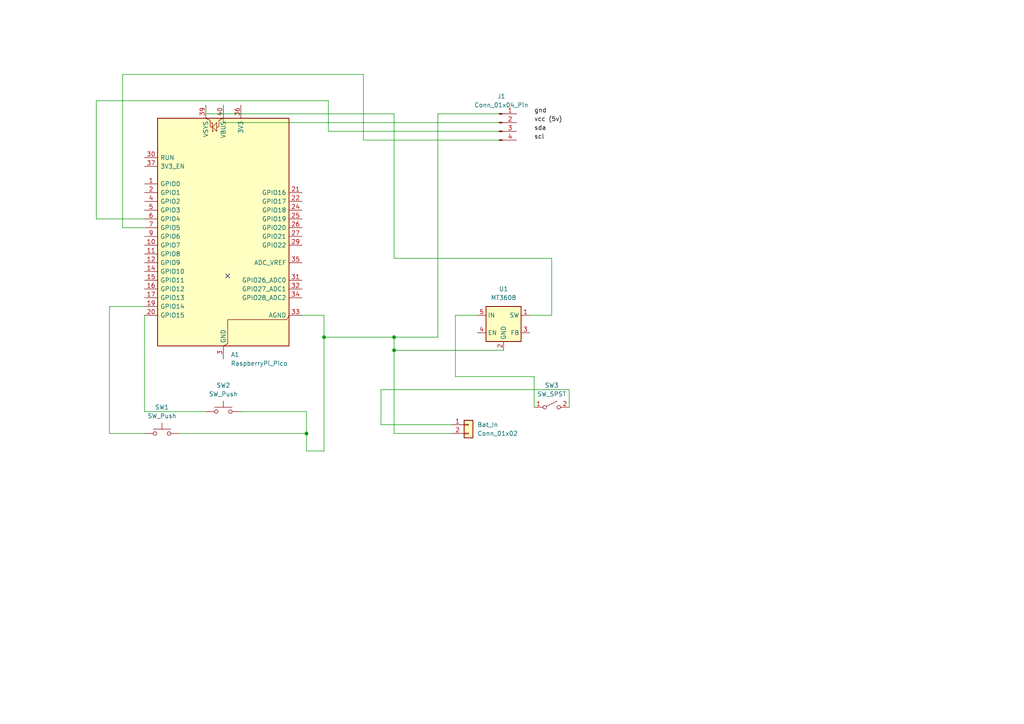
<source format=kicad_sch>
(kicad_sch (version 20250114) (generator "eeschema") (generator_version "9.0")
  (paper "A4")
  (lib_symbols
    (symbol "Connector:Conn_01x04_Pin" (pin_names (offset 1.016) (hide yes))
      (property "Reference" "J" (at 0 5.08 0))
      (property "Value" "Conn_01x04_Pin" (at 0 -7.62 0))
      (symbol "Conn_01x04_Pin_1_1"
        (rectangle (start 0.8636 2.667) (end 0 2.413) (stroke (width 0.1524)) (fill (type outline)))
        (rectangle (start 0.8636 0.127) (end 0 -0.127) (stroke (width 0.1524)) (fill (type outline)))
        (rectangle (start 0.8636 -2.413) (end 0 -2.667) (stroke (width 0.1524)) (fill (type outline)))
        (rectangle (start 0.8636 -4.953) (end 0 -5.207) (stroke (width 0.1524)) (fill (type outline)))
        (polyline (pts (xy 1.27 2.54) (xy 0.8636 2.54)) (stroke (width 0.1524)))
        (polyline (pts (xy 1.27 0) (xy 0.8636 0)) (stroke (width 0.1524)))
        (polyline (pts (xy 1.27 -2.54) (xy 0.8636 -2.54)) (stroke (width 0.1524)))
        (polyline (pts (xy 1.27 -5.08) (xy 0.8636 -5.08)) (stroke (width 0.1524)))
        (pin passive line (at 5.08 2.54 180) (length 3.81) (name "Pin_1") (number "1"))
        (pin passive line (at 5.08 0 180) (length 3.81) (name "Pin_2") (number "2"))
        (pin passive line (at 5.08 -2.54 180) (length 3.81) (name "Pin_3") (number "3"))
        (pin passive line (at 5.08 -5.08 180) (length 3.81) (name "Pin_4") (number "4"))
      )
    )
    (symbol "Connector_Generic:Conn_01x02" (pin_names (offset 1.016) (hide yes))
      (property "Reference" "J" (at 0 2.54 0))
      (property "Value" "Conn_01x02" (at 0 -5.08 0))
      (symbol "Conn_01x02_1_1"
        (rectangle (start -1.27 1.27) (end 1.27 -3.81) (stroke (width 0.254)) (fill (type background)))
        (rectangle (start -1.27 0.127) (end 0 -0.127) (stroke (width 0.1524)))
        (rectangle (start -1.27 -2.413) (end 0 -2.667) (stroke (width 0.1524)))
        (pin passive line (at -5.08 0 0) (length 3.81) (name "Pin_1") (number "1"))
        (pin passive line (at -5.08 -2.54 0) (length 3.81) (name "Pin_2") (number "2"))
      )
    )
    (symbol "MCU_Module:RaspberryPi_Pico" (pin_names (offset 0.762))
      (property "Reference" "A" (at -19.05 35.56 0))
      (property "Value" "RaspberryPi_Pico" (at 7.62 35.56 0))
      (symbol "RaspberryPi_Pico_0_1"
        (rectangle (start -19.05 34.29) (end 19.05 -31.75) (stroke (width 0.254)) (fill (type background)))
        (polyline (pts (xy -5.08 34.29) (xy -3.81 33.655) (xy -3.81 31.75) (xy -3.175 31.75)))
        (polyline (pts (xy -3.429 32.766) (xy -3.429 33.02) (xy -3.175 33.02) (xy -3.175 30.48) (xy -2.921 30.48) (xy -2.921 30.734)))
        (polyline (pts (xy -3.175 31.75) (xy -1.905 33.02) (xy -1.905 30.48) (xy -3.175 31.75)))
        (polyline (pts (xy 0 34.29) (xy -1.27 33.655) (xy -1.27 31.75) (xy -1.905 31.75)))
        (polyline (pts (xy 0 -31.75) (xy 1.27 -31.115) (xy 1.27 -24.13) (xy 18.415 -24.13) (xy 19.05 -22.86)))
      )
      (symbol "RaspberryPi_Pico_1_1"
        (pin passive line (at -22.86 22.86 0) (length 3.81) (name "RUN") (number "30"))
        (pin passive line (at -22.86 20.32 0) (length 3.81) (name "3V3_EN") (number "37"))
        (pin bidirectional line (at -22.86 15.24 0) (length 3.81) (name "GPIO0") (number "1"))
        (pin bidirectional line (at -22.86 12.7 0) (length 3.81) (name "GPIO1") (number "2"))
        (pin bidirectional line (at -22.86 10.16 0) (length 3.81) (name "GPIO2") (number "4"))
        (pin bidirectional line (at -22.86 7.62 0) (length 3.81) (name "GPIO3") (number "5"))
        (pin bidirectional line (at -22.86 5.08 0) (length 3.81) (name "GPIO4") (number "6"))
        (pin bidirectional line (at -22.86 2.54 0) (length 3.81) (name "GPIO5") (number "7"))
        (pin bidirectional line (at -22.86 0 0) (length 3.81) (name "GPIO6") (number "9"))
        (pin bidirectional line (at -22.86 -2.54 0) (length 3.81) (name "GPIO7") (number "10"))
        (pin bidirectional line (at -22.86 -5.08 0) (length 3.81) (name "GPIO8") (number "11"))
        (pin bidirectional line (at -22.86 -7.62 0) (length 3.81) (name "GPIO9") (number "12"))
        (pin bidirectional line (at -22.86 -10.16 0) (length 3.81) (name "GPIO10") (number "14"))
        (pin bidirectional line (at -22.86 -12.7 0) (length 3.81) (name "GPIO11") (number "15"))
        (pin bidirectional line (at -22.86 -15.24 0) (length 3.81) (name "GPIO12") (number "16"))
        (pin bidirectional line (at -22.86 -17.78 0) (length 3.81) (name "GPIO13") (number "17"))
        (pin bidirectional line (at -22.86 -20.32 0) (length 3.81) (name "GPIO14") (number "19"))
        (pin bidirectional line (at -22.86 -22.86 0) (length 3.81) (name "GPIO15") (number "20"))
        (pin power_in line (at -5.08 38.1 270) (length 3.81) (name "VSYS") (number "39"))
        (pin power_out line (at 0 38.1 270) (length 3.81) (name "VBUS") (number "40"))
        (pin passive line (at 0 -35.56 90) (length 3.81) (hide yes) (name "GND") (number "13"))
        (pin passive line (at 0 -35.56 90) (length 3.81) (hide yes) (name "GND") (number "18"))
        (pin passive line (at 0 -35.56 90) (length 3.81) (hide yes) (name "GND") (number "23"))
        (pin passive line (at 0 -35.56 90) (length 3.81) (hide yes) (name "GND") (number "28"))
        (pin power_out line (at 0 -35.56 90) (length 3.81) (name "GND") (number "3"))
        (pin passive line (at 0 -35.56 90) (length 3.81) (hide yes) (name "GND") (number "38"))
        (pin passive line (at 0 -35.56 90) (length 3.81) (hide yes) (name "GND") (number "8"))
        (pin power_out line (at 5.08 38.1 270) (length 3.81) (name "3V3") (number "36"))
        (pin bidirectional line (at 22.86 12.7 180) (length 3.81) (name "GPIO16") (number "21"))
        (pin bidirectional line (at 22.86 10.16 180) (length 3.81) (name "GPIO17") (number "22"))
        (pin bidirectional line (at 22.86 7.62 180) (length 3.81) (name "GPIO18") (number "24"))
        (pin bidirectional line (at 22.86 5.08 180) (length 3.81) (name "GPIO19") (number "25"))
        (pin bidirectional line (at 22.86 2.54 180) (length 3.81) (name "GPIO20") (number "26"))
        (pin bidirectional line (at 22.86 0 180) (length 3.81) (name "GPIO21") (number "27"))
        (pin bidirectional line (at 22.86 -2.54 180) (length 3.81) (name "GPIO22") (number "29"))
        (pin power_in line (at 22.86 -7.62 180) (length 3.81) (name "ADC_VREF") (number "35"))
        (pin bidirectional line (at 22.86 -12.7 180) (length 3.81) (name "GPIO26_ADC0") (number "31"))
        (pin bidirectional line (at 22.86 -15.24 180) (length 3.81) (name "GPIO27_ADC1") (number "32"))
        (pin bidirectional line (at 22.86 -17.78 180) (length 3.81) (name "GPIO28_ADC2") (number "34"))
        (pin power_out line (at 22.86 -22.86 180) (length 3.81) (name "AGND") (number "33"))
      )
    )
    (symbol "Regulator_Switching:MT3608"
      (property "Reference" "U" (at -2.54 8.89 0))
      (property "Value" "MT3608" (at -3.81 6.35 0))
      (symbol "MT3608_0_1"
        (rectangle (start -5.08 5.08) (end 5.08 -5.08) (stroke (width 0.254)) (fill (type background)))
      )
      (symbol "MT3608_1_1"
        (pin power_in line (at -7.62 2.54 0) (length 2.54) (name "IN") (number "5"))
        (pin input line (at -7.62 -2.54 0) (length 2.54) (name "EN") (number "4"))
        (pin power_in line (at 0 -7.62 90) (length 2.54) (name "GND") (number "2"))
        (pin no_connect line (at 5.08 0 180) (length 2.54) (hide yes) (name "NC") (number "6"))
        (pin passive line (at 7.62 2.54 180) (length 2.54) (name "SW") (number "1"))
        (pin input line (at 7.62 -2.54 180) (length 2.54) (name "FB") (number "3"))
      )
    )
    (symbol "Switch:SW_Push" (pin_numbers (hide yes)) (pin_names (offset 1.016) (hide yes))
      (property "Reference" "SW" (at 1.27 2.54 0))
      (property "Value" "SW_Push" (at 0 -1.524 0))
      (symbol "SW_Push_0_1"
        (circle (center -2.032 0) (radius 0.508))
        (polyline (pts (xy 0 1.27) (xy 0 3.048)))
        (circle (center 2.032 0) (radius 0.508))
        (polyline (pts (xy 2.54 1.27) (xy -2.54 1.27)))
        (pin passive line (at -5.08 0 0) (length 2.54) (name "1") (number "1"))
        (pin passive line (at 5.08 0 180) (length 2.54) (name "2") (number "2"))
      )
    )
    (symbol "Switch:SW_SPST" (pin_names (offset 0) (hide yes))
      (property "Reference" "SW" (at 0 3.175 0))
      (property "Value" "SW_SPST" (at 0 -2.54 0))
      (symbol "SW_SPST_0_0"
        (circle (center -2.032 0) (radius 0.508))
        (polyline (pts (xy -1.524 0.254) (xy 1.524 1.778)))
        (circle (center 2.032 0) (radius 0.508))
      )
      (symbol "SW_SPST_1_1"
        (pin passive line (at -5.08 0 0) (length 2.54) (name "A") (number "1"))
        (pin passive line (at 5.08 0 180) (length 2.54) (name "B") (number "2"))
      )
    )
  )
  (junction (at 93.98 97.79))
  (junction (at 114.3 101.6))
  (junction (at 114.3 97.79))
  (junction (at 88.9 125.73))
  (no_connect (at 66.04 80.01))
  (wire (pts (xy 114.3 74.93) (xy 160.02 74.93)))
  (wire (pts (xy 88.9 125.73) (xy 88.9 130.81)))
  (wire (pts (xy 64.77 35.56) (xy 64.77 30.48)))
  (wire (pts (xy 154.94 118.11) (xy 154.94 109.22)))
  (wire (pts (xy 110.49 123.19) (xy 130.81 123.19)))
  (wire (pts (xy 27.94 29.21) (xy 27.94 63.5)))
  (wire (pts (xy 59.69 33.02) (xy 114.3 33.02)))
  (wire (pts (xy 35.56 21.59) (xy 35.56 66.04)))
  (wire (pts (xy 154.94 109.22) (xy 132.08 109.22)))
  (wire (pts (xy 95.25 38.1) (xy 95.25 29.21)))
  (wire (pts (xy 160.02 91.44) (xy 153.67 91.44)))
  (wire (pts (xy 110.49 113.03) (xy 165.1 113.03)))
  (wire (pts (xy 110.49 113.03) (xy 110.49 123.19)))
  (wire (pts (xy 52.07 125.73) (xy 88.9 125.73)))
  (wire (pts (xy 146.05 101.6) (xy 114.3 101.6)))
  (wire (pts (xy 114.3 101.6) (xy 114.3 125.73)))
  (wire (pts (xy 114.3 97.79) (xy 114.3 101.6)))
  (wire (pts (xy 105.41 40.64) (xy 105.41 21.59)))
  (wire (pts (xy 160.02 74.93) (xy 160.02 91.44)))
  (wire (pts (xy 130.81 125.73) (xy 114.3 125.73)))
  (wire (pts (xy 144.78 35.56) (xy 64.77 35.56)))
  (wire (pts (xy 144.78 40.64) (xy 105.41 40.64)))
  (wire (pts (xy 93.98 91.44) (xy 87.63 91.44)))
  (wire (pts (xy 165.1 113.03) (xy 165.1 118.11)))
  (wire (pts (xy 127 33.02) (xy 127 97.79)))
  (wire (pts (xy 93.98 91.44) (xy 93.98 97.79)))
  (wire (pts (xy 31.75 125.73) (xy 41.91 125.73)))
  (wire (pts (xy 114.3 33.02) (xy 114.3 74.93)))
  (wire (pts (xy 41.91 91.44) (xy 41.91 119.38)))
  (wire (pts (xy 127 97.79) (xy 114.3 97.79)))
  (wire (pts (xy 69.85 119.38) (xy 88.9 119.38)))
  (wire (pts (xy 31.75 88.9) (xy 31.75 125.73)))
  (wire (pts (xy 41.91 88.9) (xy 31.75 88.9)))
  (wire (pts (xy 95.25 29.21) (xy 27.94 29.21)))
  (wire (pts (xy 88.9 119.38) (xy 88.9 125.73)))
  (wire (pts (xy 41.91 119.38) (xy 59.69 119.38)))
  (wire (pts (xy 35.56 66.04) (xy 41.91 66.04)))
  (wire (pts (xy 88.9 130.81) (xy 93.98 130.81)))
  (wire (pts (xy 132.08 91.44) (xy 138.43 91.44)))
  (wire (pts (xy 27.94 63.5) (xy 41.91 63.5)))
  (wire (pts (xy 95.25 38.1) (xy 144.78 38.1)))
  (wire (pts (xy 114.3 97.79) (xy 93.98 97.79)))
  (wire (pts (xy 93.98 130.81) (xy 93.98 97.79)))
  (wire (pts (xy 59.69 30.48) (xy 59.69 33.02)))
  (wire (pts (xy 132.08 109.22) (xy 132.08 91.44)))
  (wire (pts (xy 105.41 21.59) (xy 35.56 21.59)))
  (wire (pts (xy 144.78 33.02) (xy 127 33.02)))
  (label "sda" (at 154.94 38.1 0))
  (label "gnd" (at 154.94 33.02 0))
  (label "vcc (5v)" (at 154.94 35.56 0))
  (label "scl" (at 154.94 40.64 0))
  (symbol (lib_id "Switch:SW_Push") (at 46.99 125.73 0) (unit 1)
    (property "Reference" "SW1" (at 46.99 118.11 0))
    (property "Value" "SW_Push" (at 46.99 120.65 0))
    (property "Description" "Push button switch, generic, two pins" (effects (hide yes)))
  )
  (symbol (lib_id "Regulator_Switching:MT3608") (at 146.05 93.98 0) (unit 1)
    (property "Reference" "U1" (at 146.05 83.82 0))
    (property "Value" "MT3608" (at 146.05 86.36 0))
    (property "Footprint" "Package_TO_SOT_SMD:SOT-23-6" (effects (hide yes)))
    (property "Datasheet" "https://www.olimex.com/Products/Breadboarding/BB-PWR-3608/resources/MT3608.pdf" (effects (hide yes)))
    (property "Description" "High Efficiency 1.2MHz 2A Step Up Converter, 2-24V Vin, 28V Vout, 4A current limit, 1.2MHz, SOT23-6" (effects (hide yes)))
  )
  (symbol (lib_id "Connector_Generic:Conn_01x02") (at 135.89 123.19 0) (unit 1)
    (property "Reference" "Bat_In" (at 138.43 123.1899 0) (effects (justify left)))
    (property "Value" "Conn_01x02" (at 138.43 125.7299 0) (effects (justify left)))
    (property "Description" "Generic connector, single row, 01x02, script generated (kicad-library-utils/schlib/autogen/connector/)" (effects (hide yes)))
  )
  (symbol (lib_id "MCU_Module:RaspberryPi_Pico") (at 64.77 68.58 0) (unit 1)
    (property "Reference" "A1" (at 66.9133 102.87 0) (effects (justify left)))
    (property "Value" "RaspberryPi_Pico" (at 66.9133 105.41 0) (effects (justify left)))
    (property "Footprint" "Module:RaspberryPi_Pico_Common_Unspecified" (effects (hide yes)))
    (property "Datasheet" "https://datasheets.raspberrypi.com/pico/pico-datasheet.pdf" (effects (hide yes)))
    (property "Description" "Versatile and inexpensive microcontroller module powered by RP2040 dual-core Arm Cortex-M0+ processor up to 133 MHz, 264kB SRAM, 2MB QSPI flash; also supports Raspberry Pi Pico 2" (effects (hide yes)))
  )
  (symbol (lib_id "Connector:Conn_01x04_Pin") (at 144.78 35.56 0) (unit 1)
    (property "Reference" "J1" (at 145.415 27.94 0))
    (property "Value" "Conn_01x04_Pin" (at 145.415 30.48 0))
    (property "Description" "Generic connector, single row, 01x04, script generated" (effects (hide yes)))
  )
  (symbol (lib_id "Switch:SW_SPST") (at 160.02 118.11 0) (unit 1)
    (property "Reference" "SW3" (at 160.02 111.76 0))
    (property "Value" "SW_SPST" (at 160.02 114.3 0))
    (property "Description" "Single Pole Single Throw (SPST) switch" (effects (hide yes)))
  )
  (symbol (lib_id "Switch:SW_Push") (at 64.77 119.38 0) (unit 1)
    (property "Reference" "SW2" (at 64.77 111.76 0))
    (property "Value" "SW_Push" (at 64.77 114.3 0))
    (property "Description" "Push button switch, generic, two pins" (effects (hide yes)))
  )
)
</source>
